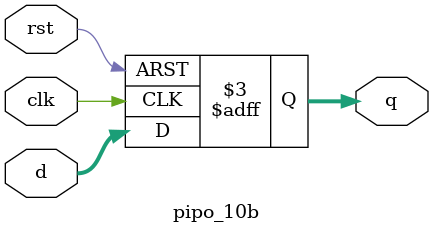
<source format=v>

module pipo_10b(input clk, rst, input[9:0]d, output reg[9:0]q);
always@(posedge clk, negedge rst)
begin
if(!rst)
q<='b0;
else
q<=d;
end
endmodule
</source>
